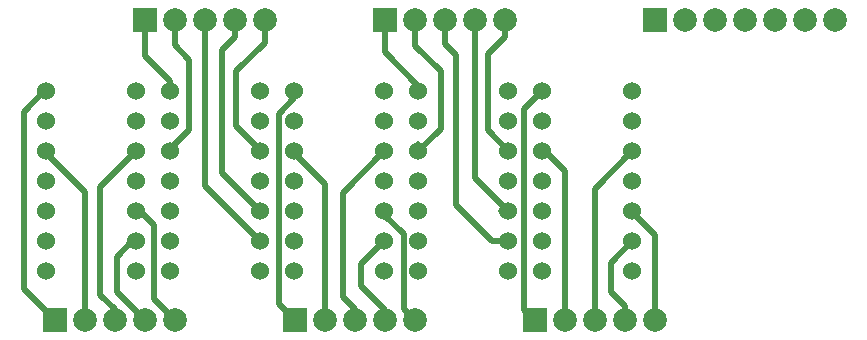
<source format=gbr>
G04 #@! TF.FileFunction,Copper,L2,Bot,Signal*
%FSLAX46Y46*%
G04 Gerber Fmt 4.6, Leading zero omitted, Abs format (unit mm)*
G04 Created by KiCad (PCBNEW 4.0.2+dfsg1-stable) date Pi  1. marec 2019, 16:05:38 CET*
%MOMM*%
G01*
G04 APERTURE LIST*
%ADD10C,0.100000*%
%ADD11R,2.000000X2.000000*%
%ADD12C,2.000000*%
%ADD13C,1.524000*%
%ADD14C,0.500000*%
G04 APERTURE END LIST*
D10*
D11*
X142240000Y-73660000D03*
D12*
X144780000Y-73660000D03*
X147320000Y-73660000D03*
X149860000Y-73660000D03*
X152400000Y-73660000D03*
D11*
X162560000Y-73660000D03*
D12*
X165100000Y-73660000D03*
X167640000Y-73660000D03*
X170180000Y-73660000D03*
X172720000Y-73660000D03*
D11*
X182880000Y-73660000D03*
D12*
X185420000Y-73660000D03*
X187960000Y-73660000D03*
X190500000Y-73660000D03*
X193040000Y-73660000D03*
D11*
X193040000Y-48260000D03*
D12*
X195580000Y-48260000D03*
X198120000Y-48260000D03*
X200660000Y-48260000D03*
X203200000Y-48260000D03*
X205740000Y-48260000D03*
X208280000Y-48260000D03*
D13*
X141520000Y-54290000D03*
X141520000Y-56830000D03*
X141520000Y-59370000D03*
X141520000Y-61910000D03*
X141520000Y-64450000D03*
X141520000Y-66990000D03*
X149140000Y-66990000D03*
X149140000Y-64450000D03*
X149140000Y-61910000D03*
X149140000Y-59370000D03*
X149140000Y-56830000D03*
X149140000Y-54290000D03*
X141520000Y-69530000D03*
X149140000Y-69530000D03*
X152020000Y-54290000D03*
X152020000Y-56830000D03*
X152020000Y-59370000D03*
X152020000Y-61910000D03*
X152020000Y-64450000D03*
X152020000Y-66990000D03*
X159640000Y-66990000D03*
X159640000Y-64450000D03*
X159640000Y-61910000D03*
X159640000Y-59370000D03*
X159640000Y-56830000D03*
X159640000Y-54290000D03*
X152020000Y-69530000D03*
X159640000Y-69530000D03*
X162520000Y-54290000D03*
X162520000Y-56830000D03*
X162520000Y-59370000D03*
X162520000Y-61910000D03*
X162520000Y-64450000D03*
X162520000Y-66990000D03*
X170140000Y-66990000D03*
X170140000Y-64450000D03*
X170140000Y-61910000D03*
X170140000Y-59370000D03*
X170140000Y-56830000D03*
X170140000Y-54290000D03*
X162520000Y-69530000D03*
X170140000Y-69530000D03*
X173020000Y-54290000D03*
X173020000Y-56830000D03*
X173020000Y-59370000D03*
X173020000Y-61910000D03*
X173020000Y-64450000D03*
X173020000Y-66990000D03*
X180640000Y-66990000D03*
X180640000Y-64450000D03*
X180640000Y-61910000D03*
X180640000Y-59370000D03*
X180640000Y-56830000D03*
X180640000Y-54290000D03*
X173020000Y-69530000D03*
X180640000Y-69530000D03*
X183520000Y-54290000D03*
X183520000Y-56830000D03*
X183520000Y-59370000D03*
X183520000Y-61910000D03*
X183520000Y-64450000D03*
X183520000Y-66990000D03*
X191140000Y-66990000D03*
X191140000Y-64450000D03*
X191140000Y-61910000D03*
X191140000Y-59370000D03*
X191140000Y-56830000D03*
X191140000Y-54290000D03*
X183520000Y-69530000D03*
X191140000Y-69530000D03*
D11*
X149860000Y-48260000D03*
D12*
X152400000Y-48260000D03*
X154940000Y-48260000D03*
X157480000Y-48260000D03*
X160020000Y-48260000D03*
D11*
X170180000Y-48260000D03*
D12*
X172720000Y-48260000D03*
X175260000Y-48260000D03*
X177800000Y-48260000D03*
X180340000Y-48260000D03*
D14*
X141520000Y-54290000D02*
X141310000Y-54290000D01*
X141310000Y-54290000D02*
X139600000Y-56000000D01*
X139600000Y-56000000D02*
X139600000Y-71020000D01*
X139600000Y-71020000D02*
X142240000Y-73660000D01*
X141520000Y-59370000D02*
X141520000Y-59520000D01*
X141520000Y-59520000D02*
X144780000Y-62780000D01*
X144780000Y-62780000D02*
X144780000Y-73660000D01*
X149140000Y-66990000D02*
X148810000Y-66990000D01*
X148810000Y-66990000D02*
X147500000Y-68300000D01*
X147500000Y-68300000D02*
X147500000Y-71300000D01*
X147500000Y-71300000D02*
X149860000Y-73660000D01*
X147320000Y-73660000D02*
X147320000Y-72720000D01*
X147320000Y-72720000D02*
X146100000Y-71500000D01*
X146100000Y-71500000D02*
X146100000Y-62410000D01*
X146100000Y-62410000D02*
X149140000Y-59370000D01*
X149140000Y-59370000D02*
X149140000Y-59460000D01*
X152020000Y-54290000D02*
X152020000Y-53420000D01*
X149860000Y-51260000D02*
X149860000Y-48260000D01*
X152020000Y-53420000D02*
X149860000Y-51260000D01*
X152020000Y-54290000D02*
X151690000Y-54290000D01*
X152020000Y-59370000D02*
X152020000Y-59180000D01*
X152020000Y-59180000D02*
X153600000Y-57600000D01*
X152400000Y-50400000D02*
X152400000Y-48260000D01*
X153600000Y-51600000D02*
X152400000Y-50400000D01*
X153600000Y-57600000D02*
X153600000Y-51600000D01*
X152020000Y-59370000D02*
X152430000Y-59370000D01*
X157480000Y-48260000D02*
X157480000Y-49720000D01*
X156400000Y-61210000D02*
X159640000Y-64450000D01*
X156400000Y-50800000D02*
X156400000Y-61210000D01*
X157480000Y-49720000D02*
X156400000Y-50800000D01*
X159640000Y-64450000D02*
X159150000Y-64450000D01*
X159640000Y-64450000D02*
X159250000Y-64450000D01*
X159640000Y-59370000D02*
X159640000Y-59240000D01*
X159640000Y-59240000D02*
X157600000Y-57200000D01*
X160020000Y-50180000D02*
X160020000Y-48260000D01*
X157600000Y-52600000D02*
X160020000Y-50180000D01*
X157600000Y-57200000D02*
X157600000Y-52600000D01*
X159640000Y-59370000D02*
X159370000Y-59370000D01*
X159640000Y-59370000D02*
X159640000Y-58840000D01*
X161200000Y-72300000D02*
X162560000Y-73660000D01*
X161200000Y-56200000D02*
X161200000Y-72300000D01*
X162520000Y-54290000D02*
X162520000Y-54880000D01*
X162520000Y-54880000D02*
X161200000Y-56200000D01*
X165100000Y-62100000D02*
X165100000Y-73660000D01*
X162520000Y-59370000D02*
X162520000Y-59520000D01*
X162520000Y-59520000D02*
X165100000Y-62100000D01*
X170180000Y-73660000D02*
X170180000Y-72780000D01*
X170180000Y-72780000D02*
X168200000Y-70800000D01*
X168200000Y-68930000D02*
X170140000Y-66990000D01*
X168200000Y-70800000D02*
X168200000Y-68930000D01*
X170140000Y-73620000D02*
X170180000Y-73660000D01*
X167640000Y-73660000D02*
X167640000Y-72740000D01*
X167640000Y-72740000D02*
X166600000Y-71700000D01*
X166600000Y-71700000D02*
X166600000Y-62910000D01*
X166600000Y-62910000D02*
X170140000Y-59370000D01*
X173020000Y-54290000D02*
X173020000Y-53820000D01*
X173020000Y-53820000D02*
X170180000Y-50980000D01*
X170180000Y-50980000D02*
X170180000Y-48260000D01*
X172720000Y-48260000D02*
X172720000Y-50420000D01*
X174900000Y-57490000D02*
X173020000Y-59370000D01*
X174900000Y-52600000D02*
X174900000Y-57490000D01*
X172720000Y-50420000D02*
X174900000Y-52600000D01*
X173020000Y-48560000D02*
X172720000Y-48260000D01*
X173020000Y-59370000D02*
X173020000Y-58780000D01*
X180640000Y-66990000D02*
X179290000Y-66990000D01*
X175260000Y-50260000D02*
X175260000Y-48260000D01*
X176200000Y-51200000D02*
X175260000Y-50260000D01*
X176200000Y-63900000D02*
X176200000Y-51200000D01*
X179290000Y-66990000D02*
X176200000Y-63900000D01*
X180640000Y-66990000D02*
X180390000Y-66990000D01*
X180640000Y-59370000D02*
X180640000Y-59340000D01*
X180640000Y-59340000D02*
X178900000Y-57600000D01*
X180340000Y-49660000D02*
X180340000Y-48260000D01*
X178900000Y-51100000D02*
X180340000Y-49660000D01*
X178900000Y-57600000D02*
X178900000Y-51100000D01*
X180640000Y-59370000D02*
X180640000Y-59240000D01*
X180340000Y-49260000D02*
X180340000Y-48260000D01*
X183520000Y-54290000D02*
X183510000Y-54290000D01*
X183510000Y-54290000D02*
X182000000Y-55800000D01*
X182000000Y-55800000D02*
X182000000Y-72780000D01*
X182000000Y-72780000D02*
X182880000Y-73660000D01*
X183520000Y-59370000D02*
X183770000Y-59370000D01*
X183770000Y-59370000D02*
X185420000Y-61020000D01*
X185420000Y-61020000D02*
X185420000Y-73660000D01*
X190500000Y-73660000D02*
X190500000Y-72500000D01*
X189300000Y-68830000D02*
X191140000Y-66990000D01*
X189300000Y-71300000D02*
X189300000Y-68830000D01*
X190500000Y-72500000D02*
X189300000Y-71300000D01*
X191140000Y-64450000D02*
X191140000Y-64540000D01*
X191140000Y-64540000D02*
X193040000Y-66440000D01*
X193040000Y-66440000D02*
X193040000Y-73660000D01*
X187960000Y-62550000D02*
X191140000Y-59370000D01*
X187960000Y-73660000D02*
X187960000Y-62550000D01*
X150600000Y-71860000D02*
X152400000Y-73660000D01*
X150600000Y-65600000D02*
X150600000Y-71860000D01*
X149140000Y-64450000D02*
X149450000Y-64450000D01*
X149450000Y-64450000D02*
X150600000Y-65600000D01*
X154940000Y-48260000D02*
X154940000Y-62290000D01*
X154940000Y-62290000D02*
X159640000Y-66990000D01*
X171800000Y-72740000D02*
X172720000Y-73660000D01*
X171800000Y-66400000D02*
X171800000Y-72740000D01*
X170140000Y-64450000D02*
X170140000Y-64740000D01*
X170140000Y-64740000D02*
X171800000Y-66400000D01*
X177800000Y-48260000D02*
X177800000Y-61610000D01*
X177800000Y-61610000D02*
X180640000Y-64450000D01*
X180640000Y-64450000D02*
X180050000Y-64450000D01*
M02*

</source>
